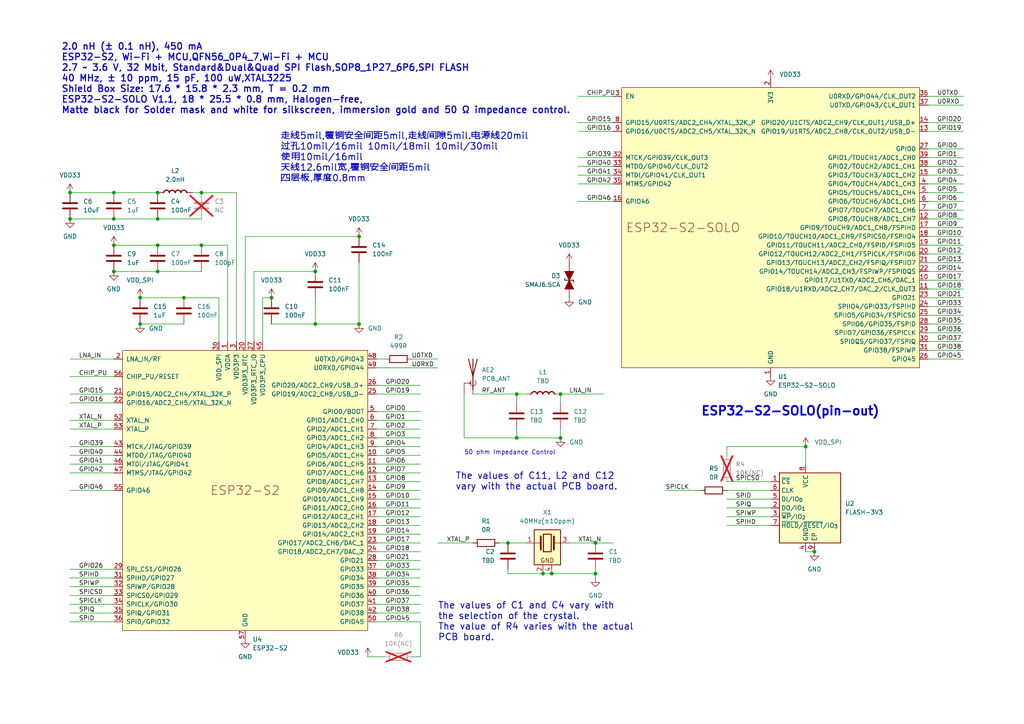
<source format=kicad_sch>
(kicad_sch (version 20250114) (generator "eeschema") (generator_version "9.0")
  (paper "A4")
  (lib_symbols
    (symbol "Device:Antenna_Shield" (pin_numbers (hide yes)) (pin_names (offset 1.016) (hide yes))
      (property "Reference" "AE" (at -1.905 4.445 0))
      (property "Value" "Antenna_Shield" (at -1.905 2.54 0))
      (symbol "Antenna_Shield_0_1"
        (arc (start 0 -2.667) (mid -0.8485 -2.1032) (end -0.508 -1.143))
        (polyline (pts (xy 0 5.08) (xy 0 -3.81)) (stroke (width 0.254)))
        (polyline (pts (xy 0 -2.54) (xy 0 0)))
        (arc (start 0.508 -1.143) (mid 0.8046 -2.0885) (end 0 -2.667))
        (polyline (pts (xy 0.762 -1.905) (xy 2.54 -1.905)))
        (circle (center 0.762 -1.905) (radius 0.1778) (fill (type outline)))
        (polyline (pts (xy 1.27 5.08) (xy 0 0) (xy -1.27 5.08)) (stroke (width 0.254)))
        (polyline (pts (xy 2.54 -2.54) (xy 2.54 -1.905)))
      )
      (symbol "Antenna_Shield_1_1"
        (pin input line (at 0 -5.08 90) (length 2.54) (name "A") (number "1"))
        (pin input line (at 2.54 -5.08 90) (length 2.54) (name "Shield") (number "2"))
      )
    )
    (symbol "Memory_Flash:W25Q128JVE"
      (property "Reference" "U" (at -6.35 11.43 0))
      (property "Value" "W25Q128JVE" (at 7.62 11.43 0))
      (symbol "W25Q128JVE_0_1"
        (rectangle (start -7.62 10.16) (end 10.16 -10.16) (stroke (width 0.254)) (fill (type background)))
      )
      (symbol "W25Q128JVE_1_1"
        (pin input line (at -10.16 7.62 0) (length 2.54) (name "~{CS}") (number "1"))
        (pin input line (at -10.16 5.08 0) (length 2.54) (name "CLK") (number "6"))
        (pin bidirectional line (at -10.16 2.54 0) (length 2.54) (name "DI/IO_{0}") (number "5"))
        (pin bidirectional line (at -10.16 0 0) (length 2.54) (name "DO/IO_{1}") (number "2"))
        (pin bidirectional line (at -10.16 -2.54 0) (length 2.54) (name "~{WP}/IO_{2}") (number "3"))
        (pin bidirectional line (at -10.16 -5.08 0) (length 2.54) (name "~{HOLD}/~{RESET}/IO_{3}") (number "7"))
        (pin power_in line (at 0 12.7 270) (length 2.54) (name "VCC") (number "8"))
        (pin power_in line (at 0 -12.7 90) (length 2.54) (name "GND") (number "4"))
        (pin passive line (at 2.54 -12.7 90) (length 2.54) (name "EP") (number "9"))
      )
    )
    (symbol "PCM_Capacitor_AKL:C_1206" (pin_numbers (hide yes)) (pin_names (offset 0.254))
      (property "Reference" "C" (at 0.635 2.54 0))
      (property "Value" "C_1206" (at 0.635 -2.54 0))
      (symbol "C_1206_0_1"
        (polyline (pts (xy -2.032 0.762) (xy 2.032 0.762)) (stroke (width 0.508)))
        (polyline (pts (xy -2.032 -0.762) (xy 2.032 -0.762)) (stroke (width 0.508)))
      )
      (symbol "C_1206_0_2"
        (polyline (pts (xy -2.54 -2.54) (xy -0.381 -0.381)))
        (polyline (pts (xy -0.508 -0.508) (xy -1.651 0.635)) (stroke (width 0.508)))
        (polyline (pts (xy -0.508 -0.508) (xy 0.635 -1.651)) (stroke (width 0.508)))
        (polyline (pts (xy 0.381 0.381) (xy 2.54 2.54)))
        (polyline (pts (xy 0.508 0.508) (xy -0.635 1.651)) (stroke (width 0.508)))
        (polyline (pts (xy 0.508 0.508) (xy 1.651 -0.635)) (stroke (width 0.508)))
      )
      (symbol "C_1206_1_1"
        (pin passive line (at 0 3.81 270) (length 2.794) (name "~") (number "1"))
        (pin passive line (at 0 -3.81 90) (length 2.794) (name "~") (number "2"))
      )
      (symbol "C_1206_1_2"
        (pin passive line (at -2.54 -2.54 90) (length 0) (name "~") (number "2"))
        (pin passive line (at 2.54 2.54 270) (length 0) (name "~") (number "1"))
      )
    )
    (symbol "PCM_Crystal_AKL:SMD3225-4" (pin_names (offset 1.016) (hide yes))
      (property "Reference" "X" (at 0 8.89 0))
      (property "Value" "SMD3225-4" (at 0 6.35 0))
      (symbol "SMD3225-4_0_1"
        (rectangle (start -3.81 3.81) (end 3.81 -6.35) (stroke (width 0.254)) (fill (type background)))
        (polyline (pts (xy -3.81 0) (xy -1.905 0)))
        (polyline (pts (xy -1.905 -1.905) (xy -1.905 1.905)) (stroke (width 0.508)))
        (rectangle (start -1.143 2.54) (end 1.143 -2.54) (stroke (width 0.3048)))
        (polyline (pts (xy 1.905 -1.905) (xy 1.905 1.905)) (stroke (width 0.508)))
        (polyline (pts (xy 3.81 0) (xy 1.905 0)))
        (text "GND" (at 0 -5.08 0) (effects (font (size 1.27 1.27))))
      )
      (symbol "SMD3225-4_1_1"
        (pin passive line (at -6.35 0 0) (length 2.54) (name "1") (number "1"))
        (pin passive line (at -1.27 -8.89 90) (length 2.54) (name "2") (number "2"))
        (pin passive line (at 1.27 -8.89 90) (length 2.54) (name "4") (number "4"))
        (pin passive line (at 6.35 0 180) (length 2.54) (name "3") (number "3"))
      )
    )
    (symbol "PCM_Diode_TVS_AKL:SMAJ6.5CA" (pin_numbers (hide yes)) (pin_names (offset 1.016) (hide yes))
      (property "Reference" "D" (at 0 5.08 0))
      (property "Value" "SMAJ6.5CA" (at 0 2.54 0))
      (symbol "SMAJ6.5CA_0_1"
        (polyline (pts (xy 0 1.27) (xy 0 -1.27)) (stroke (width 0.254)))
        (polyline (pts (xy 0 1.27) (xy 0.508 1.27)) (stroke (width 0.254)))
        (polyline (pts (xy 0 0) (xy -2.54 1.27) (xy -2.54 -1.27) (xy 0 0)) (stroke (width 0.254)) (fill (type outline)))
        (polyline (pts (xy 0 -1.27) (xy -0.508 -1.27)) (stroke (width 0.254)))
        (polyline (pts (xy 1.27 0) (xy -1.27 0)))
        (polyline (pts (xy 2.54 1.27) (xy 2.54 -1.27) (xy 0 0) (xy 2.54 1.27)) (stroke (width 0.254)) (fill (type outline)))
      )
      (symbol "SMAJ6.5CA_0_2"
        (polyline (pts (xy -3.81 -3.81) (xy 3.81 3.81)))
        (polyline (pts (xy -1.778 -1.778) (xy -2.667 -0.889) (xy 0 0) (xy -0.889 -2.667) (xy -1.778 -1.778)) (stroke (width 0.254)) (fill (type outline)))
        (polyline (pts (xy -0.889 0.889) (xy -1.27 0.508)) (stroke (width 0.254)))
        (polyline (pts (xy -0.889 0.889) (xy 0.889 -0.889)) (stroke (width 0.254)))
        (polyline (pts (xy 0.889 -0.889) (xy 1.27 -0.508)) (stroke (width 0.254)))
        (polyline (pts (xy 1.778 1.778) (xy 2.667 0.889) (xy 0 0) (xy 0.889 2.667) (xy 1.778 1.778)) (stroke (width 0.254)) (fill (type outline)))
      )
      (symbol "SMAJ6.5CA_1_1"
        (pin passive line (at -5.08 0 0) (length 2.54) (name "K") (number "1"))
        (pin passive line (at 5.08 0 180) (length 2.54) (name "A") (number "2"))
      )
      (symbol "SMAJ6.5CA_1_2"
        (pin passive line (at -3.81 -3.81 0) (length 0) (name "A") (number "2"))
        (pin passive line (at 3.81 3.81 180) (length 0) (name "K") (number "1"))
      )
    )
    (symbol "PCM_Elektuur:L" (pin_numbers (hide yes)) (pin_names (offset 0) (hide yes))
      (property "Reference" "L" (at 2.54 3.175 0))
      (property "Value" "L" (at 2.54 -3.175 0))
      (symbol "L_1_0"
        (arc (start 0 3.302) (mid 0.6604 2.5146) (end 0 1.7272) (stroke (width 0.254)))
        (arc (start 0 1.6256) (mid 0.6604 0.8382) (end 0 0.0508) (stroke (width 0.254)))
        (arc (start 0 -0.0508) (mid 0.6604 -0.8382) (end 0 -1.6256) (stroke (width 0.254)))
        (arc (start 0 -1.7272) (mid 0.6604 -2.5146) (end 0 -3.302) (stroke (width 0.254)))
        (arc (start 0 3.4036) (mid 0.762 2.5146) (end 0 1.6256) (stroke (width 0.254)))
        (arc (start 0 1.7272) (mid 0.762 0.8382) (end 0 -0.0508) (stroke (width 0.254)))
        (arc (start 0 0.0508) (mid 0.762 -0.8382) (end 0 -1.7272) (stroke (width 0.254)))
        (arc (start 0 -1.6256) (mid 0.762 -2.5146) (end 0 -3.4036) (stroke (width 0.254)))
        (polyline (pts (xy 0 3.5052) (xy 0 3.302)) (stroke (width 0.254)))
        (polyline (pts (xy 0 1.7272) (xy 0 1.6256)) (stroke (width 0.254)))
        (polyline (pts (xy 0 0.0508) (xy 0 -0.0508)) (stroke (width 0.254)))
        (polyline (pts (xy 0 -1.6256) (xy 0 -1.7272)) (stroke (width 0.254)))
        (polyline (pts (xy 0 -3.302) (xy 0 -3.5052)) (stroke (width 0.254)))
        (pin passive line (at 0 5.08 270) (length 1.5748) (name "+") (number "1"))
        (pin passive line (at 0 -5.08 90) (length 1.5748) (name "-") (number "2"))
      )
      (symbol "L_1_2"
        (rectangle (start 1.524 3.3782) (end 1.9812 -3.3782) (stroke (width 0.254)) (fill (type outline)))
      )
      (symbol "L_1_3"
        (rectangle (start 1.524 3.0988) (end 1.9812 1.9304) (stroke (width 0.254)) (fill (type outline)))
        (rectangle (start 1.524 1.4224) (end 1.9812 0.254) (stroke (width 0.254)) (fill (type outline)))
        (rectangle (start 1.524 -0.254) (end 1.9812 -1.4224) (stroke (width 0.254)) (fill (type outline)))
        (rectangle (start 1.524 -1.9304) (end 1.9812 -3.0988) (stroke (width 0.254)) (fill (type outline)))
      )
    )
    (symbol "PCM_Espressif:ESP32-S2" (pin_names (offset 1.016))
      (property "Reference" "U" (at -35.56 45.72 0))
      (property "Value" "ESP32-S2" (at -35.56 43.18 0))
      (symbol "ESP32-S2_0_0"
        (text "ESP32-S2" (at 0 0 0) (effects (font (size 2.54 2.54))))
      )
      (symbol "ESP32-S2_0_1"
        (rectangle (start -35.56 40.64) (end 35.56 -40.64) (fill (type background)))
      )
      (symbol "ESP32-S2_1_1"
        (pin bidirectional line (at -38.1 38.1 0) (length 2.54) (name "LNA_IN/RF") (number "2"))
        (pin bidirectional line (at -38.1 33.02 0) (length 2.54) (name "CHIP_PU/RESET") (number "56"))
        (pin bidirectional line (at -38.1 27.94 0) (length 2.54) (name "GPIO15/ADC2_CH4/XTAL_32K_P") (number "21"))
        (pin bidirectional line (at -38.1 25.4 0) (length 2.54) (name "GPIO16/ADC2_CH5/XTAL_32K_N") (number "22"))
        (pin output line (at -38.1 20.32 0) (length 2.54) (name "XTAL_N") (number "52"))
        (pin input line (at -38.1 17.78 0) (length 2.54) (name "XTAL_P") (number "53"))
        (pin input line (at -38.1 12.7 0) (length 2.54) (name "MTCK/JTAG/GPIO39") (number "43"))
        (pin output line (at -38.1 10.16 0) (length 2.54) (name "MTDO/JTAG/GPIO40") (number "44"))
        (pin input line (at -38.1 7.62 0) (length 2.54) (name "MTDI/JTAG/GPIO41") (number "46"))
        (pin output line (at -38.1 5.08 0) (length 2.54) (name "MTMS/JTAG/GPIO42") (number "47"))
        (pin input line (at -38.1 0 0) (length 2.54) (name "GPIO46") (number "55"))
        (pin bidirectional line (at -38.1 -22.86 0) (length 2.54) (name "SPI_CS1/GPIO26") (number "29"))
        (pin bidirectional line (at -38.1 -25.4 0) (length 2.54) (name "SPIHD/GPIO27") (number "31"))
        (pin bidirectional line (at -38.1 -27.94 0) (length 2.54) (name "SPIWP/GPIO28") (number "32"))
        (pin bidirectional line (at -38.1 -30.48 0) (length 2.54) (name "SPICS0/GPIO29") (number "33"))
        (pin bidirectional line (at -38.1 -33.02 0) (length 2.54) (name "SPICLK/GPIO30") (number "34"))
        (pin bidirectional line (at -38.1 -35.56 0) (length 2.54) (name "SPIQ/GPIO31") (number "35"))
        (pin bidirectional line (at -38.1 -38.1 0) (length 2.54) (name "SPID/GPIO32") (number "36"))
        (pin power_out line (at -7.62 43.18 270) (length 2.54) (name "VDD_SPI") (number "30"))
        (pin power_in line (at -5.08 43.18 270) (length 2.54) (name "VDDA") (number "1"))
        (pin passive line (at -5.08 43.18 270) (length 2.54) (hide yes) (name "VDDA") (number "51"))
        (pin passive line (at -5.08 43.18 270) (length 2.54) (hide yes) (name "VDDA") (number "54"))
        (pin power_in line (at -2.54 43.18 270) (length 2.54) (name "VDD3P3") (number "3"))
        (pin passive line (at -2.54 43.18 270) (length 2.54) (hide yes) (name "VDD3P3") (number "4"))
        (pin power_in line (at 0 43.18 270) (length 2.54) (name "VDD3P3_RTC") (number "20"))
        (pin power_in line (at 0 -43.18 90) (length 2.54) (name "GND") (number "57"))
        (pin power_in line (at 2.54 43.18 270) (length 2.54) (name "VDD3P3_RTC_IO") (number "27"))
        (pin power_in line (at 5.08 43.18 270) (length 2.54) (name "VDD3P3_CPU") (number "45"))
        (pin bidirectional line (at 38.1 38.1 180) (length 2.54) (name "U0TXD/GPIO43") (number "48"))
        (pin bidirectional line (at 38.1 35.56 180) (length 2.54) (name "U0RXD/GPIO44") (number "49"))
        (pin bidirectional line (at 38.1 30.48 180) (length 2.54) (name "GPIO20/ADC2_CH9/USB_D+") (number "26"))
        (pin bidirectional line (at 38.1 27.94 180) (length 2.54) (name "GPIO19/ADC2_CH8/USB_D-") (number "25"))
        (pin bidirectional line (at 38.1 22.86 180) (length 2.54) (name "GPIO0/BOOT") (number "5"))
        (pin bidirectional line (at 38.1 20.32 180) (length 2.54) (name "GPIO1/ADC1_CH0") (number "6"))
        (pin bidirectional line (at 38.1 17.78 180) (length 2.54) (name "GPIO2/ADC1_CH1") (number "7"))
        (pin bidirectional line (at 38.1 15.24 180) (length 2.54) (name "GPIO3/ADC1_CH2") (number "8"))
        (pin bidirectional line (at 38.1 12.7 180) (length 2.54) (name "GPIO4/ADC1_CH3") (number "9"))
        (pin bidirectional line (at 38.1 10.16 180) (length 2.54) (name "GPIO5/ADC1_CH4") (number "10"))
        (pin bidirectional line (at 38.1 7.62 180) (length 2.54) (name "GPIO6/ADC1_CH5") (number "11"))
        (pin bidirectional line (at 38.1 5.08 180) (length 2.54) (name "GPIO7/ADC1_CH6") (number "12"))
        (pin bidirectional line (at 38.1 2.54 180) (length 2.54) (name "GPIO8/ADC1_CH7") (number "13"))
        (pin bidirectional line (at 38.1 0 180) (length 2.54) (name "GPIO9/ADC1_CH8") (number "14"))
        (pin bidirectional line (at 38.1 -2.54 180) (length 2.54) (name "GPIO10/ADC1_CH9") (number "15"))
        (pin bidirectional line (at 38.1 -5.08 180) (length 2.54) (name "GPIO11/ADC2_CH0") (number "16"))
        (pin bidirectional line (at 38.1 -7.62 180) (length 2.54) (name "GPIO12/ADC2_CH1") (number "17"))
        (pin bidirectional line (at 38.1 -10.16 180) (length 2.54) (name "GPIO13/ADC2_CH2") (number "18"))
        (pin bidirectional line (at 38.1 -12.7 180) (length 2.54) (name "GPIO14/ADC2_CH3") (number "19"))
        (pin bidirectional line (at 38.1 -15.24 180) (length 2.54) (name "GPIO17/ADC2_CH6/DAC_1") (number "23"))
        (pin bidirectional line (at 38.1 -17.78 180) (length 2.54) (name "GPIO18/ADC2_CH7/DAC_2") (number "24"))
        (pin bidirectional line (at 38.1 -20.32 180) (length 2.54) (name "GPIO21") (number "28"))
        (pin bidirectional line (at 38.1 -22.86 180) (length 2.54) (name "GPIO33") (number "37"))
        (pin bidirectional line (at 38.1 -25.4 180) (length 2.54) (name "GPIO34") (number "38"))
        (pin bidirectional line (at 38.1 -27.94 180) (length 2.54) (name "GPIO35") (number "39"))
        (pin bidirectional line (at 38.1 -30.48 180) (length 2.54) (name "GPIO36") (number "40"))
        (pin bidirectional line (at 38.1 -33.02 180) (length 2.54) (name "GPIO37") (number "41"))
        (pin bidirectional line (at 38.1 -35.56 180) (length 2.54) (name "GPIO38") (number "42"))
        (pin bidirectional line (at 38.1 -38.1 180) (length 2.54) (name "GPIO45") (number "50"))
      )
    )
    (symbol "PCM_Espressif:ESP32-S2-SOLO" (pin_names (offset 1.016))
      (property "Reference" "U" (at -43.18 45.72 0))
      (property "Value" "ESP32-S2-SOLO" (at -43.18 43.18 0))
      (symbol "ESP32-S2-SOLO_0_1"
        (rectangle (start -43.18 40.64) (end 43.18 -40.64) (fill (type background)))
      )
      (symbol "ESP32-S2-SOLO_1_1"
        (text "ESP32-S2-SOLO" (at -25.4 0 0) (effects (font (size 2.54 2.54))))
        (pin bidirectional line (at -45.72 38.1 0) (length 2.54) (name "EN") (number "3"))
        (pin bidirectional line (at -45.72 30.48 0) (length 2.54) (name "GPIO15/U0RTS/ADC2_CH4/XTAL_32K_P") (number "8"))
        (pin bidirectional line (at -45.72 27.94 0) (length 2.54) (name "GPIO16/U0CTS/ADC2_CH5/XTAL_32K_N") (number "9"))
        (pin bidirectional line (at -45.72 20.32 0) (length 2.54) (name "MTCK/GPIO39/CLK_OUT3") (number "32"))
        (pin bidirectional line (at -45.72 17.78 0) (length 2.54) (name "MTDO/GPIO40/CLK_OUT2") (number "33"))
        (pin bidirectional line (at -45.72 15.24 0) (length 2.54) (name "MTDI/GPIO41/CLK_OUT1") (number "34"))
        (pin bidirectional line (at -45.72 12.7 0) (length 2.54) (name "MTMS/GPIO42") (number "35"))
        (pin input line (at -45.72 7.62 0) (length 2.54) (name "GPIO46") (number "16"))
        (pin power_in line (at 0 43.18 270) (length 2.54) (name "3V3") (number "2"))
        (pin power_in line (at 0 -43.18 90) (length 2.54) (name "GND") (number "1"))
        (pin passive line (at 0 -43.18 90) (length 2.54) (hide yes) (name "GND") (number "40"))
        (pin passive line (at 0 -43.18 90) (length 2.54) (hide yes) (name "GND") (number "41"))
        (pin bidirectional line (at 45.72 38.1 180) (length 2.54) (name "U0RXD/GPIO44/CLK_OUT2") (number "36"))
        (pin bidirectional line (at 45.72 35.56 180) (length 2.54) (name "U0TXD/GPIO43/CLK_OUT1") (number "37"))
        (pin bidirectional line (at 45.72 30.48 180) (length 2.54) (name "GPIO20/U1CTS/ADC2_CH9/CLK_OUT1/USB_D+") (number "14"))
        (pin bidirectional line (at 45.72 27.94 180) (length 2.54) (name "GPIO19/U1RTS/ADC2_CH8/CLK_OUT2/USB_D-") (number "13"))
        (pin bidirectional line (at 45.72 22.86 180) (length 2.54) (name "GPIO0") (number "27"))
        (pin bidirectional line (at 45.72 20.32 180) (length 2.54) (name "GPIO1/TOUCH1/ADC1_CH0") (number "39"))
        (pin bidirectional line (at 45.72 17.78 180) (length 2.54) (name "GPIO2/TOUCH2/ADC1_CH1") (number "38"))
        (pin bidirectional line (at 45.72 15.24 180) (length 2.54) (name "GPIO3/TOUCH3/ADC1_CH2") (number "15"))
        (pin bidirectional line (at 45.72 12.7 180) (length 2.54) (name "GPIO4/TOUCH4/ADC1_CH3") (number "4"))
        (pin bidirectional line (at 45.72 10.16 180) (length 2.54) (name "GPIO5/TOUCH5/ADC1_CH4") (number "5"))
        (pin bidirectional line (at 45.72 7.62 180) (length 2.54) (name "GPIO6/TOUCH6/ADC1_CH5") (number "6"))
        (pin bidirectional line (at 45.72 5.08 180) (length 2.54) (name "GPIO7/TOUCH7/ADC1_CH6") (number "7"))
        (pin bidirectional line (at 45.72 2.54 180) (length 2.54) (name "GPIO8/TOUCH8/ADC1_CH7") (number "12"))
        (pin bidirectional line (at 45.72 0 180) (length 2.54) (name "GPIO9/TOUCH9/ADC1_CH8/FSPIHD") (number "17"))
        (pin bidirectional line (at 45.72 -2.54 180) (length 2.54) (name "GPIO10/TOUCH10/ADC1_CH9/FSPICS0/FSPIIO4") (number "18"))
        (pin bidirectional line (at 45.72 -5.08 180) (length 2.54) (name "GPIO11/TOUCH11/ADC2_CH0/FSPID/FSPIIO5") (number "19"))
        (pin bidirectional line (at 45.72 -7.62 180) (length 2.54) (name "GPIO12/TOUCH12/ADC2_CH1/FSPICLK/FSPIIO6") (number "20"))
        (pin bidirectional line (at 45.72 -10.16 180) (length 2.54) (name "GPIO13/TOUCH13/ADC2_CH2/FSPIQ/FSPIIO7") (number "21"))
        (pin bidirectional line (at 45.72 -12.7 180) (length 2.54) (name "GPIO14/TOUCH14/ADC2_CH3/FSPIWP/FSPIDQS") (number "22"))
        (pin bidirectional line (at 45.72 -15.24 180) (length 2.54) (name "GPIO17/U1TXD/ADC2_CH6/DAC_1") (number "10"))
        (pin bidirectional line (at 45.72 -17.78 180) (length 2.54) (name "GPIO18/U1RXD/ADC2_CH7/DAC_2/CLK_OUT3") (number "11"))
        (pin bidirectional line (at 45.72 -20.32 180) (length 2.54) (name "GPIO21") (number "23"))
        (pin bidirectional line (at 45.72 -22.86 180) (length 2.54) (name "SPIIO4/GPIO33/FSPIHD") (number "24"))
        (pin bidirectional line (at 45.72 -25.4 180) (length 2.54) (name "SPIIO5/GPIO34/FSPICS0") (number "25"))
        (pin bidirectional line (at 45.72 -27.94 180) (length 2.54) (name "SPIIO6/GPIO35/FSPID") (number "28"))
        (pin bidirectional line (at 45.72 -30.48 180) (length 2.54) (name "SPIIO7/GPIO36/FSPICLK") (number "29"))
        (pin bidirectional line (at 45.72 -33.02 180) (length 2.54) (name "SPIDQS/GPIO37/FSPIQ") (number "30"))
        (pin bidirectional line (at 45.72 -35.56 180) (length 2.54) (name "GPIO38/FSPIWP") (number "31"))
        (pin bidirectional line (at 45.72 -38.1 180) (length 2.54) (name "GPIO45") (number "26"))
      )
    )
    (symbol "PCM_Resistor_AKL:R_1206" (pin_numbers (hide yes)) (pin_names (offset 0))
      (property "Reference" "R" (at 2.54 1.27 0))
      (property "Value" "R_1206" (at 2.54 -1.27 0))
      (symbol "R_1206_0_1"
        (rectangle (start -1.016 2.54) (end 1.016 -2.54) (stroke (width 0.254)))
      )
      (symbol "R_1206_0_2"
        (polyline (pts (xy -2.54 -2.54) (xy -1.524 -1.524)))
        (polyline (pts (xy 1.524 1.524) (xy 2.54 2.54)))
        (polyline (pts (xy 1.524 1.524) (xy 0.889 2.159) (xy -2.159 -0.889) (xy -0.889 -2.159) (xy 2.159 0.889) (xy 1.524 1.524)) (stroke (width 0.254)))
      )
      (symbol "R_1206_1_1"
        (pin passive line (at 0 3.81 270) (length 1.27) (name "~") (number "1"))
        (pin passive line (at 0 -3.81 90) (length 1.27) (name "~") (number "2"))
      )
      (symbol "R_1206_1_2"
        (pin passive line (at -2.54 -2.54 0) (length 0) (name "") (number "2"))
        (pin passive line (at 2.54 2.54 180) (length 0) (name "") (number "1"))
      )
    )
    (symbol "power:+3.3V" (power) (pin_numbers (hide yes)) (pin_names (offset 0) (hide yes))
      (property "Value" "+3.3V" (at 0 3.556 0))
      (symbol "+3.3V_0_1"
        (polyline (pts (xy -0.762 1.27) (xy 0 2.54)))
        (polyline (pts (xy 0 2.54) (xy 0.762 1.27)))
        (polyline (pts (xy 0 0) (xy 0 2.54)))
      )
      (symbol "+3.3V_1_1"
        (pin power_in line (at 0 0 90) (length 0) (name "~") (number "1"))
      )
    )
    (symbol "power:GND" (power) (pin_numbers (hide yes)) (pin_names (offset 0) (hide yes))
      (property "Value" "GND" (at 0 -3.81 0))
      (symbol "GND_0_1"
        (polyline (pts (xy 0 0) (xy 0 -1.27) (xy 1.27 -1.27) (xy 0 -2.54) (xy -1.27 -1.27) (xy 0 -1.27)))
      )
      (symbol "GND_1_1"
        (pin power_in line (at 0 0 270) (length 0) (name "~") (number "1"))
      )
    )
  )
  (text "The values of C11, L2 and C12\nvary with the actual PCB board." (exclude_from_sim yes) (at 132.08 139.7 0) (effects (font (size 1.905 1.905) (thickness 0.2381)) (justify left)))
  (text "50 ohm Impedance Control" (at 134.62 132.08 0) (effects (font (size 1.27 1.27)) (justify left bottom)))
  (text "ESP32-S2-SOLO(pin-out)" (exclude_from_sim yes) (at 203.2 119.38 0) (effects (font (size 2.54 2.54) (thickness 0.508) (bold yes)) (justify left)))
  (text "2.0 nH (± 0.1 nH), 450 mA\nESP32-S2, Wi-Fi + MCU,QFN56_0P4_7,Wi-Fi + MCU\n2.7 ~ 3.6 V, 32 Mbit, Standard&Dual&Quad SPI Flash,SOP8_1P27_6P6,SPI FLASH\n40 MHz, ± 10 ppm, 15 pF, 100 uW,XTAL3225\nShield Box Size: 17.6 * 15.8 * 2.3 mm, T = 0.2 mm\nESP32-S2-SOLO V1.1, 18 * 25.5 * 0.8 mm, Halogen-free, \nMatte black for Solder mask and white for silkscreen, immersion gold and 50 Ω impedance control." (exclude_from_sim yes) (at 17.78 22.86 0) (effects (font (size 1.905 1.905) (thickness 0.3175)) (justify left)))
  (text "走线5mil,覆铜安全间距5mil,走线间隙5mil.电源线20mil\n过孔10mil/16mil 10mil/18mil 10mil/30mil\n使用10mil/16mil\n天线12.6mil宽,覆铜安全间距5mil\n四层板,厚度0.8mm" (exclude_from_sim yes) (at 81.28 45.72 0) (effects (font (size 1.905 1.905) (thickness 0.2381)) (justify left)))
  (text "The values of C1 and C4 vary with\nthe selection of the crystal.\nThe value of R4 varies with the actual\nPCB board.\n" (exclude_from_sim yes) (at 127 180.34 0) (effects (font (size 1.905 1.905) (thickness 0.2381)) (justify left)))
  (junction (at 40.64 93.98))
  (junction (at 33.02 63.5))
  (junction (at 53.34 86.36))
  (junction (at 104.14 68.58))
  (junction (at 45.72 63.5))
  (junction (at 20.32 63.5))
  (junction (at 104.14 93.98))
  (junction (at 78.74 86.36))
  (junction (at 91.44 93.98))
  (junction (at 58.42 71.12))
  (junction (at 45.72 55.88))
  (junction (at 149.86 127))
  (junction (at 33.02 78.74))
  (junction (at 157.48 166.37))
  (junction (at 91.44 78.74))
  (junction (at 45.72 71.12))
  (junction (at 33.02 71.12))
  (junction (at 172.72 157.48))
  (junction (at 147.32 157.48))
  (junction (at 149.86 114.3))
  (junction (at 236.22 160.02))
  (junction (at 162.56 114.3))
  (junction (at 40.64 86.36))
  (junction (at 45.72 78.74))
  (junction (at 33.02 55.88))
  (junction (at 233.68 129.54))
  (junction (at 20.32 55.88))
  (junction (at 58.42 55.88))
  (junction (at 162.56 127))
  (junction (at 160.02 166.37))
  (junction (at 172.72 166.37))
  (wire (pts (xy 210.82 149.86) (xy 223.52 149.86)))
  (wire (pts (xy 269.24 96.52) (xy 279.4 96.52)))
  (wire (pts (xy 109.22 142.24) (xy 121.92 142.24)))
  (wire (pts (xy 109.22 167.64) (xy 121.92 167.64)))
  (wire (pts (xy 109.22 160.02) (xy 121.92 160.02)))
  (wire (pts (xy 109.22 157.48) (xy 121.92 157.48)))
  (wire (pts (xy 33.02 63.5) (xy 45.72 63.5)))
  (wire (pts (xy 172.72 157.48) (xy 177.8 157.48)))
  (wire (pts (xy 76.2 86.36) (xy 78.74 86.36)))
  (wire (pts (xy 71.12 68.58) (xy 71.12 99.06)))
  (wire (pts (xy 149.86 114.3) (xy 149.86 116.84)))
  (wire (pts (xy 269.24 55.88) (xy 279.4 55.88)))
  (wire (pts (xy 45.72 78.74) (xy 58.42 78.74)))
  (wire (pts (xy 167.64 53.34) (xy 177.8 53.34)))
  (wire (pts (xy 20.32 175.26) (xy 33.02 175.26)))
  (wire (pts (xy 269.24 91.44) (xy 279.4 91.44)))
  (wire (pts (xy 109.22 144.78) (xy 121.92 144.78)))
  (wire (pts (xy 269.24 50.8) (xy 279.4 50.8)))
  (wire (pts (xy 109.22 180.34) (xy 121.92 180.34)))
  (wire (pts (xy 91.44 93.98) (xy 91.44 86.36)))
  (wire (pts (xy 58.42 71.12) (xy 66.04 71.12)))
  (wire (pts (xy 121.92 190.5) (xy 121.92 180.34)))
  (wire (pts (xy 210.82 132.08) (xy 210.82 129.54)))
  (wire (pts (xy 66.04 99.06) (xy 66.04 71.12)))
  (wire (pts (xy 233.68 129.54) (xy 233.68 134.62)))
  (wire (pts (xy 119.38 104.14) (xy 127 104.14)))
  (wire (pts (xy 109.22 127) (xy 121.92 127)))
  (wire (pts (xy 269.24 60.96) (xy 279.4 60.96)))
  (wire (pts (xy 109.22 129.54) (xy 121.92 129.54)))
  (wire (pts (xy 104.14 68.58) (xy 71.12 68.58)))
  (wire (pts (xy 160.02 166.37) (xy 172.72 166.37)))
  (wire (pts (xy 269.24 101.6) (xy 279.4 101.6)))
  (wire (pts (xy 157.48 166.37) (xy 160.02 166.37)))
  (wire (pts (xy 210.82 147.32) (xy 223.52 147.32)))
  (wire (pts (xy 53.34 86.36) (xy 63.5 86.36)))
  (wire (pts (xy 127 157.48) (xy 137.16 157.48)))
  (wire (pts (xy 20.32 170.18) (xy 33.02 170.18)))
  (wire (pts (xy 109.22 111.76) (xy 121.92 111.76)))
  (wire (pts (xy 269.24 86.36) (xy 279.4 86.36)))
  (wire (pts (xy 40.64 86.36) (xy 53.34 86.36)))
  (wire (pts (xy 269.24 83.82) (xy 279.4 83.82)))
  (wire (pts (xy 269.24 30.48) (xy 279.4 30.48)))
  (wire (pts (xy 20.32 142.24) (xy 33.02 142.24)))
  (wire (pts (xy 20.32 132.08) (xy 33.02 132.08)))
  (wire (pts (xy 134.62 114.3) (xy 134.62 127)))
  (wire (pts (xy 45.72 63.5) (xy 58.42 63.5)))
  (wire (pts (xy 210.82 144.78) (xy 223.52 144.78)))
  (wire (pts (xy 269.24 27.94) (xy 279.4 27.94)))
  (wire (pts (xy 33.02 78.74) (xy 45.72 78.74)))
  (wire (pts (xy 269.24 104.14) (xy 279.4 104.14)))
  (wire (pts (xy 149.86 124.46) (xy 149.86 127)))
  (wire (pts (xy 20.32 121.92) (xy 33.02 121.92)))
  (wire (pts (xy 109.22 165.1) (xy 121.92 165.1)))
  (wire (pts (xy 20.32 165.1) (xy 33.02 165.1)))
  (wire (pts (xy 269.24 93.98) (xy 279.4 93.98)))
  (wire (pts (xy 20.32 55.88) (xy 33.02 55.88)))
  (wire (pts (xy 109.22 137.16) (xy 121.92 137.16)))
  (wire (pts (xy 33.02 71.12) (xy 45.72 71.12)))
  (wire (pts (xy 193.04 142.24) (xy 203.2 142.24)))
  (wire (pts (xy 55.88 55.88) (xy 58.42 55.88)))
  (wire (pts (xy 68.58 99.06) (xy 68.58 55.88)))
  (wire (pts (xy 109.22 121.92) (xy 121.92 121.92)))
  (wire (pts (xy 162.56 116.84) (xy 162.56 114.3)))
  (wire (pts (xy 109.22 124.46) (xy 121.92 124.46)))
  (wire (pts (xy 210.82 142.24) (xy 223.52 142.24)))
  (wire (pts (xy 76.2 99.06) (xy 76.2 86.36)))
  (wire (pts (xy 134.62 127) (xy 149.86 127)))
  (wire (pts (xy 109.22 162.56) (xy 121.92 162.56)))
  (wire (pts (xy 63.5 86.36) (xy 63.5 99.06)))
  (wire (pts (xy 162.56 114.3) (xy 175.26 114.3)))
  (wire (pts (xy 109.22 149.86) (xy 121.92 149.86)))
  (wire (pts (xy 167.64 50.8) (xy 177.8 50.8)))
  (wire (pts (xy 91.44 93.98) (xy 104.14 93.98)))
  (wire (pts (xy 20.32 114.3) (xy 33.02 114.3)))
  (wire (pts (xy 45.72 55.88) (xy 33.02 55.88)))
  (wire (pts (xy 106.68 190.5) (xy 111.76 190.5)))
  (wire (pts (xy 91.44 78.74) (xy 73.66 78.74)))
  (wire (pts (xy 233.68 160.02) (xy 236.22 160.02)))
  (wire (pts (xy 162.56 127) (xy 162.56 124.46)))
  (wire (pts (xy 172.72 166.37) (xy 172.72 165.1)))
  (wire (pts (xy 73.66 78.74) (xy 73.66 99.06)))
  (wire (pts (xy 269.24 58.42) (xy 279.4 58.42)))
  (wire (pts (xy 269.24 48.26) (xy 279.4 48.26)))
  (wire (pts (xy 210.82 129.54) (xy 233.68 129.54)))
  (wire (pts (xy 167.64 48.26) (xy 177.8 48.26)))
  (wire (pts (xy 109.22 170.18) (xy 121.92 170.18)))
  (wire (pts (xy 20.32 63.5) (xy 33.02 63.5)))
  (wire (pts (xy 269.24 88.9) (xy 279.4 88.9)))
  (wire (pts (xy 20.32 134.62) (xy 33.02 134.62)))
  (wire (pts (xy 269.24 76.2) (xy 279.4 76.2)))
  (wire (pts (xy 269.24 43.18) (xy 279.4 43.18)))
  (wire (pts (xy 109.22 119.38) (xy 121.92 119.38)))
  (wire (pts (xy 40.64 93.98) (xy 53.34 93.98)))
  (wire (pts (xy 167.64 45.72) (xy 177.8 45.72)))
  (wire (pts (xy 167.64 35.56) (xy 177.8 35.56)))
  (wire (pts (xy 20.32 167.64) (xy 33.02 167.64)))
  (wire (pts (xy 20.32 137.16) (xy 33.02 137.16)))
  (wire (pts (xy 109.22 175.26) (xy 121.92 175.26)))
  (wire (pts (xy 269.24 63.5) (xy 279.4 63.5)))
  (wire (pts (xy 147.32 157.48) (xy 152.4 157.48)))
  (wire (pts (xy 269.24 66.04) (xy 279.4 66.04)))
  (wire (pts (xy 269.24 45.72) (xy 279.4 45.72)))
  (wire (pts (xy 167.64 58.42) (xy 177.8 58.42)))
  (wire (pts (xy 109.22 154.94) (xy 121.92 154.94)))
  (wire (pts (xy 109.22 152.4) (xy 121.92 152.4)))
  (wire (pts (xy 20.32 124.46) (xy 33.02 124.46)))
  (wire (pts (xy 147.32 166.37) (xy 157.48 166.37)))
  (wire (pts (xy 109.22 177.8) (xy 121.92 177.8)))
  (wire (pts (xy 109.22 132.08) (xy 121.92 132.08)))
  (wire (pts (xy 210.82 139.7) (xy 223.52 139.7)))
  (wire (pts (xy 152.4 114.3) (xy 149.86 114.3)))
  (wire (pts (xy 119.38 190.5) (xy 121.92 190.5)))
  (wire (pts (xy 20.32 109.22) (xy 33.02 109.22)))
  (wire (pts (xy 144.78 157.48) (xy 147.32 157.48)))
  (wire (pts (xy 269.24 38.1) (xy 279.4 38.1)))
  (wire (pts (xy 109.22 106.68) (xy 127 106.68)))
  (wire (pts (xy 269.24 35.56) (xy 279.4 35.56)))
  (wire (pts (xy 137.16 114.3) (xy 149.86 114.3)))
  (wire (pts (xy 210.82 152.4) (xy 223.52 152.4)))
  (wire (pts (xy 20.32 180.34) (xy 33.02 180.34)))
  (wire (pts (xy 20.32 104.14) (xy 33.02 104.14)))
  (wire (pts (xy 45.72 71.12) (xy 58.42 71.12)))
  (wire (pts (xy 109.22 114.3) (xy 121.92 114.3)))
  (wire (pts (xy 269.24 99.06) (xy 279.4 99.06)))
  (wire (pts (xy 147.32 166.37) (xy 147.32 165.1)))
  (wire (pts (xy 269.24 71.12) (xy 279.4 71.12)))
  (wire (pts (xy 165.1 157.48) (xy 172.72 157.48)))
  (wire (pts (xy 109.22 147.32) (xy 121.92 147.32)))
  (wire (pts (xy 109.22 172.72) (xy 121.92 172.72)))
  (wire (pts (xy 269.24 68.58) (xy 279.4 68.58)))
  (wire (pts (xy 269.24 81.28) (xy 279.4 81.28)))
  (wire (pts (xy 149.86 127) (xy 162.56 127)))
  (wire (pts (xy 167.64 38.1) (xy 177.8 38.1)))
  (wire (pts (xy 269.24 53.34) (xy 279.4 53.34)))
  (wire (pts (xy 20.32 177.8) (xy 33.02 177.8)))
  (wire (pts (xy 109.22 139.7) (xy 121.92 139.7)))
  (wire (pts (xy 58.42 55.88) (xy 68.58 55.88)))
  (wire (pts (xy 109.22 134.62) (xy 121.92 134.62)))
  (wire (pts (xy 20.32 116.84) (xy 33.02 116.84)))
  (wire (pts (xy 269.24 73.66) (xy 279.4 73.66)))
  (wire (pts (xy 269.24 78.74) (xy 279.4 78.74)))
  (wire (pts (xy 78.74 93.98) (xy 91.44 93.98)))
  (wire (pts (xy 172.72 167.64) (xy 172.72 166.37)))
  (wire (pts (xy 20.32 129.54) (xy 33.02 129.54)))
  (wire (pts (xy 109.22 104.14) (xy 111.76 104.14)))
  (wire (pts (xy 20.32 172.72) (xy 33.02 172.72)))
  (wire (pts (xy 167.64 27.94) (xy 177.8 27.94)))
  (wire (pts (xy 104.14 93.98) (xy 104.14 76.2)))
  (label "GPIO37" (at 111.76 175.26 0))
  (label "GPIO40" (at 170.18 48.26 0))
  (label "GPIO19" (at 111.76 114.3 0))
  (label "GPIO40" (at 22.86 132.08 0))
  (label "GPIO13" (at 271.78 76.2 0))
  (label "GPIO46" (at 170.18 58.42 0))
  (label "XTAL_N" (at 22.86 121.92 0))
  (label "GPIO18" (at 271.78 83.82 0))
  (label "GPIO39" (at 22.86 129.54 0))
  (label "GPIO26" (at 22.86 165.1 0))
  (label "GPIO7" (at 271.78 60.96 0))
  (label "GPIO35" (at 271.78 93.98 0))
  (label "GPIO13" (at 111.76 152.4 0))
  (label "GPIO11" (at 271.78 71.12 0))
  (label "GPIO3" (at 111.76 127 0))
  (label "SPID" (at 22.86 180.34 0))
  (label "GPIO10" (at 111.76 144.78 0))
  (label "GPIO16" (at 22.86 116.84 0))
  (label "GPIO3" (at 271.78 50.8 0))
  (label "SPICLK" (at 193.04 142.24 0))
  (label "GPIO5" (at 111.76 132.08 0))
  (label "SPIQ" (at 213.36 147.32 0))
  (label "GPIO21" (at 271.78 86.36 0))
  (label "GPIO18" (at 111.76 160.02 0))
  (label "U0RXD" (at 271.78 30.48 0))
  (label "GPIO20" (at 111.76 111.76 0))
  (label "GPIO8" (at 271.78 63.5 0))
  (label "GPIO41" (at 170.18 50.8 0))
  (label "GPIO12" (at 271.78 73.66 0))
  (label "GPIO42" (at 170.18 53.34 0))
  (label "GPIO33" (at 111.76 165.1 0))
  (label "GPIO36" (at 111.76 172.72 0))
  (label "GPIO19" (at 271.78 38.1 0))
  (label "SPID" (at 213.36 144.78 0))
  (label "GPIO9" (at 111.76 142.24 0))
  (label "SPICS0" (at 22.86 172.72 0))
  (label "GPIO33" (at 271.78 88.9 0))
  (label "GPIO16" (at 170.18 38.1 0))
  (label "GPIO1" (at 111.76 121.92 0))
  (label "SPIWP" (at 213.36 149.86 0))
  (label "GPIO0" (at 271.78 43.18 0))
  (label "GPIO45" (at 111.76 180.34 0))
  (label "GPIO35" (at 111.76 170.18 0))
  (label "CHIP_PU" (at 170.18 27.94 0))
  (label "GPIO17" (at 111.76 157.48 0))
  (label "GPIO14" (at 111.76 154.94 0))
  (label "GPIO4" (at 271.78 53.34 0))
  (label "GPIO6" (at 271.78 58.42 0))
  (label "GPIO15" (at 22.86 114.3 0))
  (label "GPIO11" (at 111.76 147.32 0))
  (label "SPIQ" (at 22.86 177.8 0))
  (label "GPIO12" (at 111.76 149.86 0))
  (label "GPIO42" (at 22.86 137.16 0))
  (label "SPIHD" (at 213.36 152.4 0))
  (label "GPIO36" (at 271.78 96.52 0))
  (label "GPIO10" (at 271.78 68.58 0))
  (label "GPIO5" (at 271.78 55.88 0))
  (label "SPICLK" (at 22.86 175.26 0))
  (label "LNA_IN" (at 22.86 104.14 0))
  (label "GPIO2" (at 111.76 124.46 0))
  (label "GPIO37" (at 271.78 99.06 0))
  (label "GPIO7" (at 111.76 137.16 0))
  (label "GPIO4" (at 111.76 129.54 0))
  (label "GPIO14" (at 271.78 78.74 0))
  (label "RF_ANT" (at 139.7 114.3 0))
  (label "XTAL_P" (at 22.86 124.46 0))
  (label "GPIO21" (at 111.76 162.56 0))
  (label "GPIO46" (at 22.86 142.24 0))
  (label "GPIO38" (at 111.76 177.8 0))
  (label "CHIP_PU" (at 22.86 109.22 0))
  (label "SPIWP" (at 22.86 170.18 0))
  (label "GPIO9" (at 271.78 66.04 0))
  (label "GPIO8" (at 111.76 139.7 0))
  (label "GPIO2" (at 271.78 48.26 0))
  (label "U0RXD" (at 119.38 106.68 0))
  (label "XTAL_N" (at 167.64 157.48 0))
  (label "GPIO17" (at 271.78 81.28 0))
  (label "GPIO38" (at 271.78 101.6 0))
  (label "GPIO39" (at 170.18 45.72 0))
  (label "GPIO41" (at 22.86 134.62 0))
  (label "GPIO0" (at 111.76 119.38 0))
  (label "XTAL_P" (at 129.54 157.48 0))
  (label "GPIO20" (at 271.78 35.56 0))
  (label "U0TXD" (at 271.78 27.94 0))
  (label "GPIO6" (at 111.76 134.62 0))
  (label "LNA_IN" (at 165.1 114.3 0))
  (label "GPIO34" (at 111.76 167.64 0))
  (label "GPIO15" (at 170.18 35.56 0))
  (label "SPICS0" (at 213.36 139.7 0))
  (label "GPIO34" (at 271.78 91.44 0))
  (label "GPIO1" (at 271.78 45.72 0))
  (label "SPIHD" (at 22.86 167.64 0))
  (label "GPIO45" (at 271.78 104.14 0))
  (label "U0TXD" (at 119.38 104.14 0))
  (symbol (lib_id "PCM_Capacitor_AKL:C_1206") (at 172.72 161.29 0) (mirror y) (unit 1)
    (property "Reference" "C1" (at 176.53 160.0199 0) (effects (justify right)))
    (property "Value" "TBD" (at 176.53 162.5599 0) (effects (justify right)))
    (property "Footprint" "PCM_Capacitor_SMD_AKL:C_1206_3216Metric" (effects (hide yes)))
    (property "Description" "SMD 1206 MLCC capacitor, Alternate KiCad Library" (effects (hide yes)))
  )
  (symbol (lib_id "power:GND") (at 172.72 167.64 0) (unit 1)
    (property "Reference" "#PWR04" (effects (hide yes)))
    (property "Value" "GND" (at 172.72 172.72 0))
    (property "Description" "Power symbol creates a global label with name \"GND\" , ground" (effects (hide yes)))
  )
  (symbol (lib_id "power:GND") (at 104.14 93.98 0) (unit 1)
    (property "Reference" "#PWR016" (effects (hide yes)))
    (property "Value" "GND" (at 106.68 95.2499 0) (effects (justify left)))
    (property "Description" "Power symbol creates a global label with name \"GND\" , ground" (effects (hide yes)))
  )
  (symbol (lib_id "PCM_Capacitor_AKL:C_1206") (at 33.02 59.69 0) (unit 1)
    (property "Reference" "C5" (at 36.83 58.4199 0) (effects (justify left)))
    (property "Value" "1uF" (at 36.83 60.9599 0) (effects (justify left)))
    (property "Footprint" "PCM_Capacitor_SMD_AKL:C_1206_3216Metric" (effects (hide yes)))
    (property "Description" "SMD 1206 MLCC capacitor, Alternate KiCad Library" (effects (hide yes)))
  )
  (symbol (lib_id "PCM_Diode_TVS_AKL:SMAJ6.5CA") (at 165.1 81.28 90) (unit 1)
    (property "Reference" "D3" (at 162.56 80.0099 90) (effects (justify left)))
    (property "Value" "SMAJ6.5CA" (at 162.56 82.5499 90) (effects (justify left)))
    (property "Footprint" "PCM_Diode_SMD_AKL:D_SMA_TVS" (effects (hide yes)))
    (property "Datasheet" "https://www.tme.eu/Document/dbc72d81c249fe51b6ab42300e8e06d0/SMAJ_ser.pdf" (effects (hide yes)))
    (property "Description" "SMA Bidirectional TVS Diode, 6.5V, 400W, Alternate KiCAD Library" (effects (hide yes)))
  )
  (symbol (lib_id "PCM_Elektuur:L") (at 157.48 114.3 90) (unit 1)
    (property "Reference" "L1" (at 157.48 107.95 90))
    (property "Value" "TBD" (at 157.48 110.49 90))
    (property "Description" "coil/winding/inductor/choke/reactor" (effects (hide yes)))
    (property "Indicator" "●" (effects (hide yes)))
    (property "Rating" "A" (effects (hide yes)))
  )
  (symbol (lib_id "PCM_Capacitor_AKL:C_1206") (at 91.44 82.55 0) (unit 1)
    (property "Reference" "C11" (at 95.25 81.2799 0) (effects (justify left)))
    (property "Value" "100nF" (at 95.25 83.8199 0) (effects (justify left)))
    (property "Footprint" "PCM_Capacitor_SMD_AKL:C_1206_3216Metric" (effects (hide yes)))
    (property "Description" "SMD 1206 MLCC capacitor, Alternate KiCad Library" (effects (hide yes)))
  )
  (symbol (lib_id "Device:Antenna_Shield") (at 137.16 109.22 0) (mirror y) (unit 1)
    (property "Reference" "AE2" (at 139.7 107.3149 0) (effects (justify right)))
    (property "Value" "PCB_ANT" (at 139.7 109.8549 0) (effects (justify right)))
    (property "Description" "Antenna with extra pin for shielding" (effects (hide yes)))
  )
  (symbol (lib_id "PCM_Resistor_AKL:R_1206") (at 210.82 135.89 180) (unit 1) (dnp yes)
    (property "Reference" "R4" (at 213.36 134.6199 0) (effects (justify right)))
    (property "Value" "10K(NC)" (at 213.36 137.1599 0) (effects (justify right)))
    (property "Footprint" "PCM_Resistor_SMD_AKL:R_1206_3216Metric" (effects (hide yes)))
    (property "Description" "SMD 1206 Chip Resistor, European Symbol, Alternate KiCad Library" (effects (hide yes)))
  )
  (symbol (lib_id "power:GND") (at 236.22 160.02 0) (unit 1)
    (property "Reference" "#PWR022" (effects (hide yes)))
    (property "Value" "GND" (at 236.22 165.1 0))
    (property "Description" "Power symbol creates a global label with name \"GND\" , ground" (effects (hide yes)))
  )
  (symbol (lib_id "PCM_Capacitor_AKL:C_1206") (at 147.32 161.29 0) (unit 1)
    (property "Reference" "C2" (at 143.51 160.0199 0) (effects (justify right)))
    (property "Value" "TBD" (at 143.51 162.5599 0) (effects (justify right)))
    (property "Footprint" "PCM_Capacitor_SMD_AKL:C_1206_3216Metric" (effects (hide yes)))
    (property "Description" "SMD 1206 MLCC capacitor, Alternate KiCad Library" (effects (hide yes)))
  )
  (symbol (lib_id "power:+3.3V") (at 165.1 76.2 0) (unit 1)
    (property "Reference" "#PWR024" (effects (hide yes)))
    (property "Value" "VDD33" (at 165.1 71.12 0))
    (property "Description" "Power symbol creates a global label with name \"+3.3V\"" (effects (hide yes)))
  )
  (symbol (lib_id "PCM_Capacitor_AKL:C_1206") (at 45.72 59.69 0) (unit 1)
    (property "Reference" "C4" (at 49.53 58.4199 0) (effects (justify left)))
    (property "Value" "100nF" (at 49.53 60.9599 0) (effects (justify left)))
    (property "Footprint" "PCM_Capacitor_SMD_AKL:C_1206_3216Metric" (effects (hide yes)))
    (property "Description" "SMD 1206 MLCC capacitor, Alternate KiCad Library" (effects (hide yes)))
  )
  (symbol (lib_id "power:+3.3V") (at 233.68 129.54 0) (unit 1)
    (property "Reference" "#PWR021" (effects (hide yes)))
    (property "Value" "VDD_SPI" (at 236.22 128.2699 0) (effects (justify left)))
    (property "Description" "Power symbol creates a global label with name \"+3.3V\"" (effects (hide yes)))
  )
  (symbol (lib_id "PCM_Crystal_AKL:SMD3225-4") (at 158.75 157.48 0) (unit 1)
    (property "Reference" "X1" (at 158.75 148.59 0))
    (property "Value" "40MHz(±10ppm)" (at 158.75 151.13 0))
    (property "Footprint" "PCM_Crystal_AKL:Crystal_SMD_3225-4Pin_3.2x2.5mm" (effects (hide yes)))
    (property "Description" "SMD Quartz crystal, 4 terminals, 3.2mm x 2.5mm, Alternate KiCad Library" (effects (hide yes)))
  )
  (symbol (lib_id "PCM_Capacitor_AKL:C_1206") (at 40.64 90.17 0) (unit 1)
    (property "Reference" "C15" (at 44.45 88.8999 0) (effects (justify left)))
    (property "Value" "1uF" (at 44.45 91.4399 0) (effects (justify left)))
    (property "Footprint" "PCM_Capacitor_SMD_AKL:C_1206_3216Metric" (effects (hide yes)))
    (property "Description" "SMD 1206 MLCC capacitor, Alternate KiCad Library" (effects (hide yes)))
  )
  (symbol (lib_id "PCM_Capacitor_AKL:C_1206") (at 78.74 90.17 0) (unit 1)
    (property "Reference" "C10" (at 82.55 88.8999 0) (effects (justify left)))
    (property "Value" "100nF" (at 82.55 91.4399 0) (effects (justify left)))
    (property "Footprint" "PCM_Capacitor_SMD_AKL:C_1206_3216Metric" (effects (hide yes)))
    (property "Description" "SMD 1206 MLCC capacitor, Alternate KiCad Library" (effects (hide yes)))
  )
  (symbol (lib_id "power:+3.3V") (at 104.14 68.58 0) (unit 1)
    (property "Reference" "#PWR015" (effects (hide yes)))
    (property "Value" "VDD33" (at 104.14 63.5 0))
    (property "Description" "Power symbol creates a global label with name \"+3.3V\"" (effects (hide yes)))
  )
  (symbol (lib_id "PCM_Resistor_AKL:R_1206") (at 115.57 104.14 90) (unit 1)
    (property "Reference" "R2" (at 115.57 97.79 90))
    (property "Value" "499R" (at 115.57 100.33 90))
    (property "Footprint" "PCM_Resistor_SMD_AKL:R_1206_3216Metric" (effects (hide yes)))
    (property "Description" "SMD 1206 Chip Resistor, European Symbol, Alternate KiCad Library" (effects (hide yes)))
  )
  (symbol (lib_id "PCM_Capacitor_AKL:C_1206") (at 104.14 72.39 0) (unit 1)
    (property "Reference" "C14" (at 107.95 71.1199 0) (effects (justify left)))
    (property "Value" "100nF" (at 107.95 73.6599 0) (effects (justify left)))
    (property "Footprint" "PCM_Capacitor_SMD_AKL:C_1206_3216Metric" (effects (hide yes)))
    (property "Description" "SMD 1206 MLCC capacitor, Alternate KiCad Library" (effects (hide yes)))
  )
  (symbol (lib_id "power:+3.3V") (at 223.52 22.86 0) (unit 1)
    (property "Reference" "#PWR019" (effects (hide yes)))
    (property "Value" "VDD33" (at 226.06 21.5899 0) (effects (justify left)))
    (property "Description" "Power symbol creates a global label with name \"+3.3V\"" (effects (hide yes)))
  )
  (symbol (lib_id "PCM_Espressif:ESP32-S2-SOLO") (at 223.52 66.04 0) (unit 1)
    (property "Reference" "U1" (at 225.6633 109.22 0) (effects (justify left)))
    (property "Value" "ESP32-S2-SOLO" (at 225.6633 111.76 0) (effects (justify left)))
    (property "Footprint" "PCM_Espressif:ESP32-S2-SOLO" (effects (hide yes)))
    (property "Datasheet" "https://www.espressif.com/sites/default/files/documentation/esp32-s2-solo_esp32-s2-solo-u_datasheet_en.pdf" (effects (hide yes)))
    (property "Description" "ESP32-S2-SOLO and ESP32-S2-SOLO-U are two powerful, generic Wi-Fi MCU modules that have a rich set of peripherals." (effects (hide yes)))
  )
  (symbol (lib_id "power:GND") (at 40.64 93.98 0) (unit 1)
    (property "Reference" "#PWR012" (effects (hide yes)))
    (property "Value" "GND" (at 43.18 95.2499 0) (effects (justify left)))
    (property "Description" "Power symbol creates a global label with name \"GND\" , ground" (effects (hide yes)))
  )
  (symbol (lib_id "power:GND") (at 20.32 63.5 0) (unit 1)
    (property "Reference" "#PWR08" (effects (hide yes)))
    (property "Value" "GND" (at 20.32 68.58 0))
    (property "Description" "Power symbol creates a global label with name \"GND\" , ground" (effects (hide yes)))
  )
  (symbol (lib_id "PCM_Resistor_AKL:R_1206") (at 115.57 190.5 90) (unit 1) (dnp yes)
    (property "Reference" "R6" (at 115.57 184.15 90))
    (property "Value" "10K(NC)" (at 115.57 186.69 90))
    (property "Footprint" "PCM_Resistor_SMD_AKL:R_1206_3216Metric" (effects (hide yes)))
    (property "Description" "SMD 1206 Chip Resistor, European Symbol, Alternate KiCad Library" (effects (hide yes)))
  )
  (symbol (lib_id "power:+3.3V") (at 40.64 86.36 0) (unit 1)
    (property "Reference" "#PWR014" (effects (hide yes)))
    (property "Value" "VDD_SPI" (at 40.64 81.28 0))
    (property "Description" "Power symbol creates a global label with name \"+3.3V\"" (effects (hide yes)))
  )
  (symbol (lib_id "Memory_Flash:W25Q128JVE") (at 233.68 147.32 0) (unit 1)
    (property "Reference" "U2" (at 245.11 146.0499 0) (effects (justify left)))
    (property "Value" "FLASH-3V3" (at 245.11 148.5899 0) (effects (justify left)))
    (property "Footprint" "Package_SON:WSON-8-1EP_8x6mm_P1.27mm_EP3.4x4.3mm" (effects (hide yes)))
    (property "Datasheet" "https://www.winbond.com/resource-files/w25q128jv_dtr%20revc%2003272018%20plus.pdf" (effects (hide yes)))
    (property "Description" "128Mbit / 16MiB Serial Flash Memory, Standard/Dual/Quad SPI, 2.7-3.6V, WSON-8" (effects (hide yes)))
  )
  (symbol (lib_id "power:+3.3V") (at 33.02 71.12 0) (unit 1)
    (property "Reference" "#PWR09" (effects (hide yes)))
    (property "Value" "VDD33" (at 33.02 66.04 0))
    (property "Description" "Power symbol creates a global label with name \"+3.3V\"" (effects (hide yes)))
  )
  (symbol (lib_id "power:+3.3V") (at 106.68 190.5 0) (unit 1)
    (property "Reference" "#PWR023" (effects (hide yes)))
    (property "Value" "VDD33" (at 104.14 189.2299 0) (effects (justify right)))
    (property "Description" "Power symbol creates a global label with name \"+3.3V\"" (effects (hide yes)))
  )
  (symbol (lib_id "power:GND") (at 223.52 109.22 0) (unit 1)
    (property "Reference" "#PWR018" (effects (hide yes)))
    (property "Value" "GND" (at 223.52 114.3 0))
    (property "Description" "Power symbol creates a global label with name \"GND\" , ground" (effects (hide yes)))
  )
  (symbol (lib_id "PCM_Resistor_AKL:R_1206") (at 140.97 157.48 90) (unit 1)
    (property "Reference" "R1" (at 140.97 151.13 90))
    (property "Value" "0R" (at 140.97 153.67 90))
    (property "Footprint" "PCM_Resistor_SMD_AKL:R_1206_3216Metric" (effects (hide yes)))
    (property "Description" "SMD 1206 Chip Resistor, European Symbol, Alternate KiCad Library" (effects (hide yes)))
  )
  (symbol (lib_id "PCM_Capacitor_AKL:C_1206") (at 162.56 120.65 0) (unit 1)
    (property "Reference" "C12" (at 166.37 119.3799 0) (effects (justify left)))
    (property "Value" "TBD" (at 166.37 121.9199 0) (effects (justify left)))
    (property "Footprint" "PCM_Capacitor_SMD_AKL:C_1206_3216Metric" (effects (hide yes)))
    (property "Description" "SMD 1206 MLCC capacitor, Alternate KiCad Library" (effects (hide yes)))
  )
  (symbol (lib_id "PCM_Capacitor_AKL:C_1206") (at 58.42 74.93 0) (unit 1)
    (property "Reference" "C8" (at 62.23 73.6599 0) (effects (justify left)))
    (property "Value" "100pF" (at 62.23 76.1999 0) (effects (justify left)))
    (property "Footprint" "PCM_Capacitor_SMD_AKL:C_1206_3216Metric" (effects (hide yes)))
    (property "Description" "SMD 1206 MLCC capacitor, Alternate KiCad Library" (effects (hide yes)))
  )
  (symbol (lib_id "PCM_Capacitor_AKL:C_1206") (at 58.42 59.69 0) (unit 1) (dnp yes)
    (property "Reference" "C3" (at 62.23 58.4199 0) (effects (justify left)))
    (property "Value" "NC" (at 62.23 60.9599 0) (effects (justify left)))
    (property "Footprint" "PCM_Capacitor_SMD_AKL:C_1206_3216Metric" (effects (hide yes)))
    (property "Description" "SMD 1206 MLCC capacitor, Alternate KiCad Library" (effects (hide yes)))
  )
  (symbol (lib_id "power:GND") (at 71.12 185.42 0) (unit 1)
    (property "Reference" "#PWR05" (effects (hide yes)))
    (property "Value" "GND" (at 71.12 190.5 0))
    (property "Description" "Power symbol creates a global label with name \"GND\" , ground" (effects (hide yes)))
  )
  (symbol (lib_id "power:+3.3V") (at 20.32 55.88 0) (unit 1)
    (property "Reference" "#PWR07" (effects (hide yes)))
    (property "Value" "VDD33" (at 20.32 50.8 0))
    (property "Description" "Power symbol creates a global label with name \"+3.3V\"" (effects (hide yes)))
  )
  (symbol (lib_id "power:+3.3V") (at 91.44 78.74 0) (unit 1)
    (property "Reference" "#PWR013" (effects (hide yes)))
    (property "Value" "VDD33" (at 91.44 73.66 0))
    (property "Description" "Power symbol creates a global label with name \"+3.3V\"" (effects (hide yes)))
  )
  (symbol (lib_id "PCM_Capacitor_AKL:C_1206") (at 20.32 59.69 0) (unit 1)
    (property "Reference" "C6" (at 24.13 58.4199 0) (effects (justify left)))
    (property "Value" "10uF" (at 24.13 60.9599 0) (effects (justify left)))
    (property "Footprint" "PCM_Capacitor_SMD_AKL:C_1206_3216Metric" (effects (hide yes)))
    (property "Description" "SMD 1206 MLCC capacitor, Alternate KiCad Library" (effects (hide yes)))
  )
  (symbol (lib_id "PCM_Capacitor_AKL:C_1206") (at 149.86 120.65 0) (unit 1)
    (property "Reference" "C13" (at 153.67 119.3799 0) (effects (justify left)))
    (property "Value" "TBD" (at 153.67 121.9199 0) (effects (justify left)))
    (property "Footprint" "PCM_Capacitor_SMD_AKL:C_1206_3216Metric" (effects (hide yes)))
    (property "Description" "SMD 1206 MLCC capacitor, Alternate KiCad Library" (effects (hide yes)))
  )
  (symbol (lib_id "PCM_Resistor_AKL:R_1206") (at 207.01 142.24 90) (unit 1)
    (property "Reference" "R5" (at 207.01 135.89 90))
    (property "Value" "0R" (at 207.01 138.43 90))
    (property "Footprint" "PCM_Resistor_SMD_AKL:R_1206_3216Metric" (effects (hide yes)))
    (property "Description" "SMD 1206 Chip Resistor, European Symbol, Alternate KiCad Library" (effects (hide yes)))
  )
  (symbol (lib_id "power:GND") (at 162.56 127 0) (unit 1)
    (property "Reference" "#PWR06" (effects (hide yes)))
    (property "Value" "GND" (at 165.1 128.2699 0) (effects (justify left)))
    (property "Description" "Power symbol creates a global label with name \"GND\" , ground" (effects (hide yes)))
  )
  (symbol (lib_id "power:GND") (at 33.02 78.74 0) (unit 1)
    (property "Reference" "#PWR010" (effects (hide yes)))
    (property "Value" "GND" (at 33.02 83.82 0))
    (property "Description" "Power symbol creates a global label with name \"GND\" , ground" (effects (hide yes)))
  )
  (symbol (lib_id "PCM_Elektuur:L") (at 50.8 55.88 90) (unit 1)
    (property "Reference" "L2" (at 50.8 49.53 90))
    (property "Value" "2.0nH" (at 50.8 52.07 90))
    (property "Description" "coil/winding/inductor/choke/reactor" (effects (hide yes)))
    (property "Indicator" "●" (effects (hide yes)))
    (property "Rating" "A" (effects (hide yes)))
  )
  (symbol (lib_id "PCM_Capacitor_AKL:C_1206") (at 53.34 90.17 0) (unit 1)
    (property "Reference" "C16" (at 57.15 88.8999 0) (effects (justify left)))
    (property "Value" "100nF" (at 57.15 91.4399 0) (effects (justify left)))
    (property "Footprint" "PCM_Capacitor_SMD_AKL:C_1206_3216Metric" (effects (hide yes)))
    (property "Description" "SMD 1206 MLCC capacitor, Alternate KiCad Library" (effects (hide yes)))
  )
  (symbol (lib_id "power:GND") (at 165.1 86.36 0) (unit 1)
    (property "Reference" "#PWR020" (effects (hide yes)))
    (property "Value" "GND" (at 167.64 87.6299 0) (effects (justify left)))
    (property "Description" "Power symbol creates a global label with name \"GND\" , ground" (effects (hide yes)))
  )
  (symbol (lib_id "PCM_Capacitor_AKL:C_1206") (at 45.72 74.93 0) (unit 1)
    (property "Reference" "C7" (at 49.53 73.6599 0) (effects (justify left)))
    (property "Value" "100nF" (at 49.53 76.1999 0) (effects (justify left)))
    (property "Footprint" "PCM_Capacitor_SMD_AKL:C_1206_3216Metric" (effects (hide yes)))
    (property "Description" "SMD 1206 MLCC capacitor, Alternate KiCad Library" (effects (hide yes)))
  )
  (symbol (lib_id "PCM_Capacitor_AKL:C_1206") (at 33.02 74.93 0) (unit 1)
    (property "Reference" "C9" (at 36.83 73.6599 0) (effects (justify left)))
    (property "Value" "1uF" (at 36.83 76.1999 0) (effects (justify left)))
    (property "Footprint" "PCM_Capacitor_SMD_AKL:C_1206_3216Metric" (effects (hide yes)))
    (property "Description" "SMD 1206 MLCC capacitor, Alternate KiCad Library" (effects (hide yes)))
  )
  (symbol (lib_id "power:+3.3V") (at 78.74 86.36 0) (unit 1)
    (property "Reference" "#PWR011" (effects (hide yes)))
    (property "Value" "VDD33" (at 78.74 81.28 0))
    (property "Description" "Power symbol creates a global label with name \"+3.3V\"" (effects (hide yes)))
  )
  (symbol (lib_id "PCM_Espressif:ESP32-S2") (at 71.12 142.24 0) (unit 1)
    (property "Reference" "U4" (at 73.2633 185.42 0) (effects (justify left)))
    (property "Value" "ESP32-S2" (at 73.2633 187.96 0) (effects (justify left)))
    (property "Footprint" "Package_DFN_QFN:QFN-56-1EP_7x7mm_P0.4mm_EP5.6x5.6mm" (effects (hide yes)))
    (property "Datasheet" "https://www.espressif.com/sites/default/files/documentation/esp32-s2_datasheet_en.pdf" (effects (hide yes)))
    (property "Description" "ESP32-S2 family is a highly-integrated, low-power, 2.4GHz Wi-Fi System-on-Chip (SoC) solution." (effects (hide yes)))
  )
)
</source>
